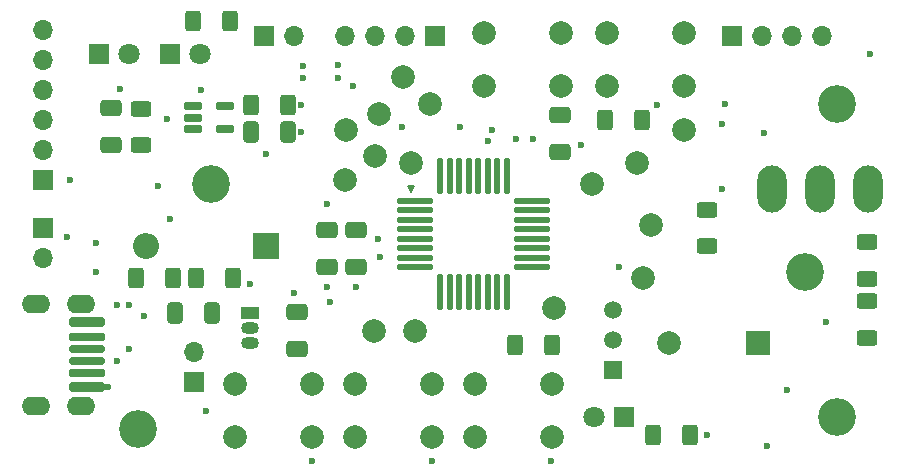
<source format=gbr>
%TF.GenerationSoftware,KiCad,Pcbnew,8.0.4*%
%TF.CreationDate,2024-08-25T14:26:38+02:00*%
%TF.ProjectId,cooking_thermometer,636f6f6b-696e-4675-9f74-6865726d6f6d,rev?*%
%TF.SameCoordinates,Original*%
%TF.FileFunction,Soldermask,Top*%
%TF.FilePolarity,Negative*%
%FSLAX46Y46*%
G04 Gerber Fmt 4.6, Leading zero omitted, Abs format (unit mm)*
G04 Created by KiCad (PCBNEW 8.0.4) date 2024-08-25 14:26:38*
%MOMM*%
%LPD*%
G01*
G04 APERTURE LIST*
G04 Aperture macros list*
%AMRoundRect*
0 Rectangle with rounded corners*
0 $1 Rounding radius*
0 $2 $3 $4 $5 $6 $7 $8 $9 X,Y pos of 4 corners*
0 Add a 4 corners polygon primitive as box body*
4,1,4,$2,$3,$4,$5,$6,$7,$8,$9,$2,$3,0*
0 Add four circle primitives for the rounded corners*
1,1,$1+$1,$2,$3*
1,1,$1+$1,$4,$5*
1,1,$1+$1,$6,$7*
1,1,$1+$1,$8,$9*
0 Add four rect primitives between the rounded corners*
20,1,$1+$1,$2,$3,$4,$5,0*
20,1,$1+$1,$4,$5,$6,$7,0*
20,1,$1+$1,$6,$7,$8,$9,0*
20,1,$1+$1,$8,$9,$2,$3,0*%
G04 Aperture macros list end*
%ADD10C,0.200000*%
%ADD11C,2.000000*%
%ADD12RoundRect,0.250000X-0.400000X-0.625000X0.400000X-0.625000X0.400000X0.625000X-0.400000X0.625000X0*%
%ADD13C,3.200000*%
%ADD14RoundRect,0.125000X-1.375000X-0.125000X1.375000X-0.125000X1.375000X0.125000X-1.375000X0.125000X0*%
%ADD15RoundRect,0.125000X-0.125000X-1.375000X0.125000X-1.375000X0.125000X1.375000X-0.125000X1.375000X0*%
%ADD16RoundRect,0.250000X0.650000X-0.412500X0.650000X0.412500X-0.650000X0.412500X-0.650000X-0.412500X0*%
%ADD17R,1.700000X1.700000*%
%ADD18O,1.700000X1.700000*%
%ADD19RoundRect,0.250000X-0.625000X0.400000X-0.625000X-0.400000X0.625000X-0.400000X0.625000X0.400000X0*%
%ADD20R,2.200000X2.200000*%
%ADD21O,2.200000X2.200000*%
%ADD22R,1.800000X1.800000*%
%ADD23C,1.800000*%
%ADD24O,2.500000X4.000000*%
%ADD25RoundRect,0.162500X-0.617500X-0.162500X0.617500X-0.162500X0.617500X0.162500X-0.617500X0.162500X0*%
%ADD26R,1.500000X1.050000*%
%ADD27O,1.500000X1.050000*%
%ADD28RoundRect,0.175000X-1.325000X0.175000X-1.325000X-0.175000X1.325000X-0.175000X1.325000X0.175000X0*%
%ADD29RoundRect,0.190000X1.310000X-0.190000X1.310000X0.190000X-1.310000X0.190000X-1.310000X-0.190000X0*%
%ADD30RoundRect,0.200000X1.300000X-0.200000X1.300000X0.200000X-1.300000X0.200000X-1.300000X-0.200000X0*%
%ADD31RoundRect,0.175000X1.325000X-0.175000X1.325000X0.175000X-1.325000X0.175000X-1.325000X-0.175000X0*%
%ADD32RoundRect,0.190000X-1.310000X0.190000X-1.310000X-0.190000X1.310000X-0.190000X1.310000X0.190000X0*%
%ADD33RoundRect,0.200000X-1.300000X0.200000X-1.300000X-0.200000X1.300000X-0.200000X1.300000X0.200000X0*%
%ADD34O,2.400000X1.600000*%
%ADD35RoundRect,0.250000X-0.650000X0.412500X-0.650000X-0.412500X0.650000X-0.412500X0.650000X0.412500X0*%
%ADD36R,2.000000X2.000000*%
%ADD37RoundRect,0.250000X-0.412500X-0.650000X0.412500X-0.650000X0.412500X0.650000X-0.412500X0.650000X0*%
%ADD38R,1.500000X1.500000*%
%ADD39C,1.500000*%
%ADD40RoundRect,0.250000X0.625000X-0.400000X0.625000X0.400000X-0.625000X0.400000X-0.625000X-0.400000X0*%
%ADD41RoundRect,0.250000X0.400000X0.625000X-0.400000X0.625000X-0.400000X-0.625000X0.400000X-0.625000X0*%
%ADD42C,0.600000*%
G04 APERTURE END LIST*
D10*
%TO.C,U1*%
X181610000Y-92456000D02*
X181356000Y-91948000D01*
X181864000Y-91948000D01*
X181610000Y-92456000D01*
G36*
X181610000Y-92456000D02*
G01*
X181356000Y-91948000D01*
X181864000Y-91948000D01*
X181610000Y-92456000D01*
G37*
%TD*%
D11*
%TO.C,TP2*%
X178562000Y-89408000D03*
%TD*%
D12*
%TO.C,R3*%
X202132000Y-113030000D03*
X205232000Y-113030000D03*
%TD*%
D13*
%TO.C,H1*%
X217750000Y-85000000D03*
%TD*%
D11*
%TO.C,SW4*%
X183388000Y-113250000D03*
X176888000Y-113250000D03*
X183388000Y-108750000D03*
X176888000Y-108750000D03*
%TD*%
D12*
%TO.C,R8*%
X158400000Y-99750000D03*
X161500000Y-99750000D03*
%TD*%
D11*
%TO.C,SW5*%
X193548000Y-113250000D03*
X187048000Y-113250000D03*
X193548000Y-108750000D03*
X187048000Y-108750000D03*
%TD*%
D14*
%TO.C,U1*%
X182019000Y-93212000D03*
X182019000Y-94012000D03*
X182019000Y-94812000D03*
X182019000Y-95612000D03*
X182019000Y-96412000D03*
X182019000Y-97212000D03*
X182019000Y-98012000D03*
X182019000Y-98812000D03*
D15*
X184144000Y-100937000D03*
X184944000Y-100937000D03*
X185744000Y-100937000D03*
X186544000Y-100937000D03*
X187344000Y-100937000D03*
X188144000Y-100937000D03*
X188944000Y-100937000D03*
X189744000Y-100937000D03*
D14*
X191869000Y-98812000D03*
X191869000Y-98012000D03*
X191869000Y-97212000D03*
X191869000Y-96412000D03*
X191869000Y-95612000D03*
X191869000Y-94812000D03*
X191869000Y-94012000D03*
X191869000Y-93212000D03*
D15*
X189744000Y-91087000D03*
X188944000Y-91087000D03*
X188144000Y-91087000D03*
X187344000Y-91087000D03*
X186544000Y-91087000D03*
X185744000Y-91087000D03*
X184944000Y-91087000D03*
X184144000Y-91087000D03*
%TD*%
D16*
%TO.C,C10*%
X156250000Y-88500000D03*
X156250000Y-85375000D03*
%TD*%
D17*
%TO.C,J3*%
X169164000Y-79248000D03*
D18*
X171704000Y-79248000D03*
%TD*%
D11*
%TO.C,TP8*%
X183250000Y-85000000D03*
%TD*%
D19*
%TO.C,R5*%
X206750000Y-93950000D03*
X206750000Y-97050000D03*
%TD*%
D12*
%TO.C,R9*%
X163450000Y-99750000D03*
X166550000Y-99750000D03*
%TD*%
D17*
%TO.C,J4*%
X150500000Y-95475000D03*
D18*
X150500000Y-98015000D03*
%TD*%
D16*
%TO.C,C8*%
X194250000Y-89062500D03*
X194250000Y-85937500D03*
%TD*%
D11*
%TO.C,TP10*%
X181610000Y-90043000D03*
%TD*%
D20*
%TO.C,D1*%
X169330000Y-97000000D03*
D21*
X159170000Y-97000000D03*
%TD*%
D22*
%TO.C,D4*%
X161250000Y-80750000D03*
D23*
X163790000Y-80750000D03*
%TD*%
D24*
%TO.C,J8*%
X220353500Y-92250000D03*
X216289500Y-92250000D03*
X212225500Y-92250000D03*
%TD*%
D25*
%TO.C,U3*%
X163167000Y-85222000D03*
X163167000Y-86172000D03*
X163167000Y-87122000D03*
X165867000Y-87122000D03*
X165867000Y-85222000D03*
%TD*%
D26*
%TO.C,U2*%
X168000000Y-102710000D03*
D27*
X168000000Y-103980000D03*
X168000000Y-105250000D03*
%TD*%
D11*
%TO.C,TP13*%
X204750000Y-87250000D03*
%TD*%
D28*
%TO.C,J9*%
X154252500Y-105750000D03*
D29*
X154252500Y-107770000D03*
D30*
X154252500Y-109000000D03*
D31*
X154252500Y-106750000D03*
D32*
X154252500Y-104730000D03*
D33*
X154252500Y-103500000D03*
D34*
X153672500Y-101930000D03*
X149872500Y-101930000D03*
X153672500Y-110570000D03*
X149872500Y-110570000D03*
%TD*%
D13*
%TO.C,H5*%
X158500000Y-112500000D03*
%TD*%
D11*
%TO.C,TP9*%
X176149000Y-87249000D03*
%TD*%
D22*
%TO.C,D3*%
X155225000Y-80750000D03*
D23*
X157765000Y-80750000D03*
%TD*%
D11*
%TO.C,TP6*%
X178943000Y-85852000D03*
%TD*%
D13*
%TO.C,H2*%
X217750000Y-111500000D03*
%TD*%
D11*
%TO.C,TP5*%
X201250000Y-99750000D03*
%TD*%
D17*
%TO.C,J2*%
X183642000Y-79248000D03*
D18*
X181102000Y-79248000D03*
X178562000Y-79248000D03*
X176022000Y-79248000D03*
%TD*%
D17*
%TO.C,J7*%
X163250000Y-108540000D03*
D18*
X163250000Y-106000000D03*
%TD*%
D35*
%TO.C,C4*%
X177000000Y-95719500D03*
X177000000Y-98844500D03*
%TD*%
D12*
%TO.C,R7*%
X190448000Y-105410000D03*
X193548000Y-105410000D03*
%TD*%
D11*
%TO.C,TP14*%
X200750000Y-90000000D03*
%TD*%
D12*
%TO.C,R11*%
X198068000Y-86360000D03*
X201168000Y-86360000D03*
%TD*%
D11*
%TO.C,TP1*%
X202000000Y-95250000D03*
%TD*%
D36*
%TO.C,BZ1*%
X211050000Y-105250000D03*
D11*
X203450000Y-105250000D03*
%TD*%
D37*
%TO.C,C2*%
X161687500Y-102750000D03*
X164812500Y-102750000D03*
%TD*%
D35*
%TO.C,C3*%
X174500000Y-95719500D03*
X174500000Y-98844500D03*
%TD*%
D38*
%TO.C,Q1*%
X198750000Y-107540000D03*
D39*
X198750000Y-105000000D03*
X198750000Y-102460000D03*
%TD*%
D13*
%TO.C,H4*%
X215000000Y-99250000D03*
%TD*%
D11*
%TO.C,TP4*%
X193750000Y-102250000D03*
%TD*%
D40*
%TO.C,R6*%
X158750000Y-88500000D03*
X158750000Y-85400000D03*
%TD*%
D13*
%TO.C,H3*%
X164750000Y-91750000D03*
%TD*%
D40*
%TO.C,R1*%
X220250000Y-99800000D03*
X220250000Y-96700000D03*
%TD*%
D11*
%TO.C,TP11*%
X178500000Y-104250000D03*
%TD*%
%TO.C,SW1*%
X198224000Y-78994000D03*
X204724000Y-78994000D03*
X198224000Y-83494000D03*
X204724000Y-83494000D03*
%TD*%
D16*
%TO.C,C1*%
X171958000Y-105750000D03*
X171958000Y-102625000D03*
%TD*%
D11*
%TO.C,TP12*%
X182000000Y-104250000D03*
%TD*%
%TO.C,TP15*%
X197000000Y-91750000D03*
%TD*%
D17*
%TO.C,J1*%
X150500000Y-91440000D03*
D18*
X150500000Y-88900000D03*
X150500000Y-86360000D03*
X150500000Y-83820000D03*
X150500000Y-81280000D03*
X150500000Y-78740000D03*
%TD*%
D17*
%TO.C,J6*%
X208788000Y-79248000D03*
D18*
X211328000Y-79248000D03*
X213868000Y-79248000D03*
X216408000Y-79248000D03*
%TD*%
D41*
%TO.C,R4*%
X171201000Y-85090000D03*
X168101000Y-85090000D03*
%TD*%
D11*
%TO.C,SW2*%
X187810000Y-78994000D03*
X194310000Y-78994000D03*
X187810000Y-83494000D03*
X194310000Y-83494000D03*
%TD*%
%TO.C,TP3*%
X176022000Y-91440000D03*
%TD*%
D37*
%TO.C,C9*%
X168109500Y-87376000D03*
X171234500Y-87376000D03*
%TD*%
D11*
%TO.C,SW3*%
X173228000Y-113250000D03*
X166728000Y-113250000D03*
X173228000Y-108750000D03*
X166728000Y-108750000D03*
%TD*%
D12*
%TO.C,R10*%
X163200000Y-78000000D03*
X166300000Y-78000000D03*
%TD*%
D11*
%TO.C,TP7*%
X181000000Y-82750000D03*
%TD*%
D22*
%TO.C,D2*%
X199644000Y-111506000D03*
D23*
X197104000Y-111506000D03*
%TD*%
D40*
%TO.C,R2*%
X220250000Y-104800000D03*
X220250000Y-101700000D03*
%TD*%
D42*
X169330000Y-89250000D03*
X216750000Y-103500000D03*
X174500000Y-100500000D03*
X160250000Y-92000000D03*
X213500000Y-109250000D03*
X202438000Y-85090000D03*
X159000000Y-103000000D03*
X157000000Y-83750000D03*
X172339000Y-87376000D03*
X177000000Y-100500000D03*
X220500000Y-80750000D03*
X161250000Y-94750000D03*
X163830000Y-83820000D03*
X178835939Y-96450939D03*
X172339000Y-85090000D03*
X211500000Y-87500000D03*
X152810000Y-91440000D03*
X196000000Y-88500000D03*
X206750000Y-113000000D03*
X211750000Y-114000000D03*
X193500000Y-115250000D03*
X168000000Y-100250000D03*
X152500000Y-96250000D03*
X156000000Y-109000000D03*
X183388000Y-115250000D03*
X164250000Y-111000000D03*
X173250000Y-115250000D03*
X176750000Y-83500000D03*
X174500000Y-93500000D03*
X179000000Y-98000000D03*
X161000000Y-86250000D03*
X156750000Y-102000000D03*
X175500000Y-81750000D03*
X156750000Y-106750000D03*
X172466000Y-81788000D03*
X155000000Y-99250000D03*
X175500000Y-82842003D03*
X157750000Y-102000000D03*
X157750000Y-105750000D03*
X155000000Y-96750000D03*
X172466000Y-82804000D03*
X188138000Y-88138000D03*
X190500000Y-88000000D03*
X199250000Y-98812000D03*
X208000000Y-86750000D03*
X208250000Y-85000000D03*
X171750000Y-101000000D03*
X174750000Y-101750000D03*
X185757765Y-86992235D03*
X180848000Y-86995000D03*
X188500000Y-87250000D03*
X192000000Y-88000000D03*
X208000000Y-92250000D03*
M02*

</source>
